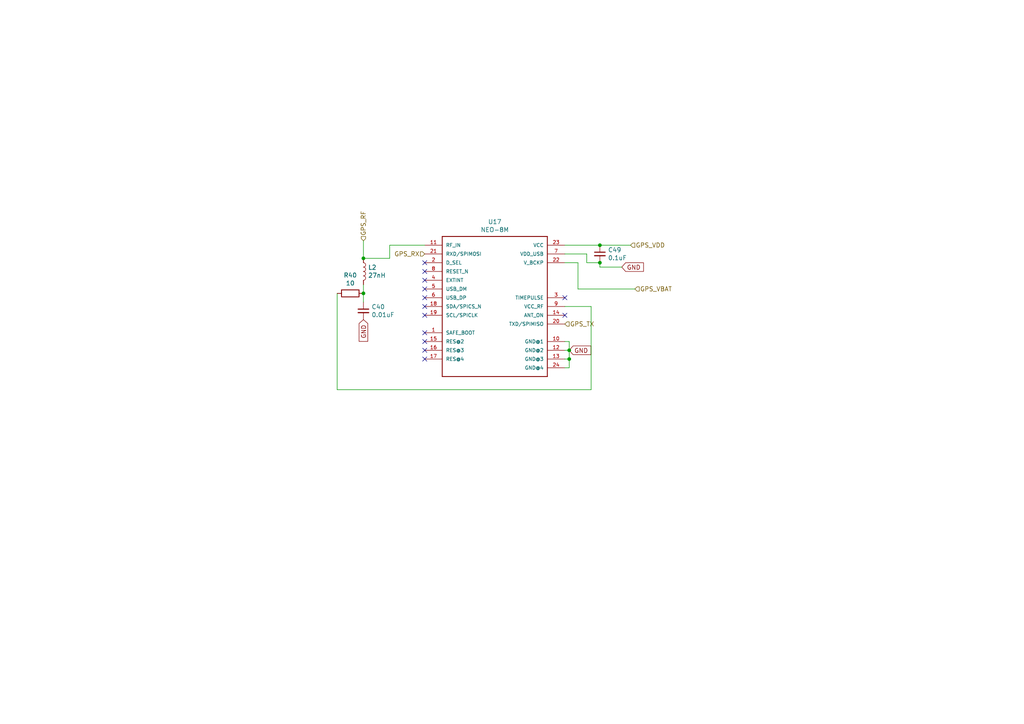
<source format=kicad_sch>
(kicad_sch (version 20230121) (generator eeschema)
  (paper "A4")
  (title_block (title "DASH v2") (date "2022-08-03") (rev "${GIT_VERSION}"))
  (lib_symbols
    (symbol "Device:C_Small" (pin_numbers hide) (pin_names (offset 0.254) hide)
      (property "Reference" "C" (at 0.254 1.778 0))
      (property "Value" "C_Small" (at 0.254 -2.032 0))
      (symbol "C_Small_0_1"
        (polyline (pts (xy -1.524 -0.508) (xy 1.524 -0.508)) (stroke (width 0.3302)))
        (polyline (pts (xy -1.524 0.508) (xy 1.524 0.508)) (stroke (width 0.3048)))
      )
      (symbol "C_Small_1_1"
        (pin passive line (at 0 2.54 270) (length 2.032) (name "~") (number "1"))
        (pin passive line (at 0 -2.54 90) (length 2.032) (name "~") (number "2"))
      )
    )
    (symbol "Device:L" (pin_numbers hide) (pin_names (offset 1.016) hide)
      (property "Reference" "L" (at -1.27 0 90))
      (property "Value" "L" (at 1.905 0 90))
      (symbol "L_0_1"
        (arc (start 0 -2.54) (mid 0.6323 -1.905) (end 0 -1.27))
        (arc (start 0 -1.27) (mid 0.6323 -0.635) (end 0 0))
        (arc (start 0 0) (mid 0.6323 0.635) (end 0 1.27))
        (arc (start 0 1.27) (mid 0.6323 1.905) (end 0 2.54))
      )
      (symbol "L_1_1"
        (pin passive line (at 0 3.81 270) (length 1.27) (name "1") (number "1"))
        (pin passive line (at 0 -3.81 90) (length 1.27) (name "2") (number "2"))
      )
    )
    (symbol "Device:R" (pin_numbers hide) (pin_names (offset 0))
      (property "Reference" "R" (at 2.032 0 90))
      (property "Value" "R" (at 0 0 90))
      (symbol "R_0_1"
        (rectangle (start -1.016 -2.54) (end 1.016 2.54) (stroke (width 0.254)))
      )
      (symbol "R_1_1"
        (pin passive line (at 0 3.81 270) (length 1.27) (name "~") (number "1"))
        (pin passive line (at 0 -3.81 90) (length 1.27) (name "~") (number "2"))
      )
    )
    (symbol "MyDashLib:NEO-8M" (pin_names (offset 1.016))
      (property "Reference" "U" (at -3.81 19.05 0))
      (property "Value" "NEO-8M" (at -15.2654 -25.4508 0))
      (symbol "NEO-8M_0_0"
        (polyline (pts (xy -15.24 -22.86) (xy 15.24 -22.86)) (stroke (width 0.254)))
        (polyline (pts (xy -15.24 17.78) (xy -15.24 -22.86)) (stroke (width 0.254)))
        (polyline (pts (xy 15.24 -22.86) (xy 15.24 17.78)) (stroke (width 0.254)))
        (polyline (pts (xy 15.24 17.78) (xy -15.24 17.78)) (stroke (width 0.254)))
        (pin input line (at -20.32 -10.16 0) (length 5.08) (name "SAFE_BOOT") (number "1"))
        (pin power_in line (at 20.32 -12.7 180) (length 5.08) (name "GND@1") (number "10"))
        (pin input line (at -20.32 15.24 0) (length 5.08) (name "RF_IN") (number "11"))
        (pin power_in line (at 20.32 -15.24 180) (length 5.08) (name "GND@2") (number "12"))
        (pin power_in line (at 20.32 -17.78 180) (length 5.08) (name "GND@3") (number "13"))
        (pin output line (at 20.32 -5.08 180) (length 5.08) (name "ANT_ON") (number "14"))
        (pin input line (at -20.32 -12.7 0) (length 5.08) (name "RES@2") (number "15"))
        (pin input line (at -20.32 -15.24 0) (length 5.08) (name "RES@3") (number "16"))
        (pin input line (at -20.32 -17.78 0) (length 5.08) (name "RES@4") (number "17"))
        (pin bidirectional line (at -20.32 -2.54 0) (length 5.08) (name "SDA/SPICS_N") (number "18"))
        (pin bidirectional line (at -20.32 -5.08 0) (length 5.08) (name "SCL/SPICLK") (number "19"))
        (pin input line (at -20.32 10.16 0) (length 5.08) (name "D_SEL") (number "2"))
        (pin output line (at 20.32 -7.62 180) (length 5.08) (name "TXD/SPIMISO") (number "20"))
        (pin input line (at -20.32 12.7 0) (length 5.08) (name "RXD/SPIMOSI") (number "21"))
        (pin power_in line (at 20.32 10.16 180) (length 5.08) (name "V_BCKP") (number "22"))
        (pin power_in line (at 20.32 15.24 180) (length 5.08) (name "VCC") (number "23"))
        (pin power_in line (at 20.32 -20.32 180) (length 5.08) (name "GND@4") (number "24"))
        (pin output line (at 20.32 0 180) (length 5.08) (name "TIMEPULSE") (number "3"))
        (pin bidirectional line (at -20.32 5.08 0) (length 5.08) (name "EXTINT") (number "4"))
        (pin bidirectional line (at -20.32 2.54 0) (length 5.08) (name "USB_DM") (number "5"))
        (pin bidirectional line (at -20.32 0 0) (length 5.08) (name "USB_DP") (number "6"))
        (pin power_in line (at 20.32 12.7 180) (length 5.08) (name "VDD_USB") (number "7"))
        (pin input line (at -20.32 7.62 0) (length 5.08) (name "RESET_N") (number "8"))
        (pin output line (at 20.32 -2.54 180) (length 5.08) (name "VCC_RF") (number "9"))
      )
    )
  )
  (junction (at 165.1 101.6))
  (junction (at 105.41 74.93))
  (junction (at 173.99 76.2))
  (junction (at 165.1 104.14))
  (junction (at 173.99 71.12))
  (junction (at 105.41 85.09))
  (no_connect (at 123.19 104.14))
  (no_connect (at 163.83 91.44))
  (no_connect (at 123.19 101.6))
  (no_connect (at 163.83 86.36))
  (no_connect (at 123.19 88.9))
  (no_connect (at 123.19 99.06))
  (no_connect (at 123.19 91.44))
  (no_connect (at 123.19 78.74))
  (no_connect (at 123.19 96.52))
  (no_connect (at 123.19 86.36))
  (no_connect (at 123.19 76.2))
  (no_connect (at 123.19 83.82))
  (no_connect (at 123.19 81.28))
  (wire (pts (xy 171.45 113.03) (xy 171.45 88.9)))
  (wire (pts (xy 163.83 73.66) (xy 170.18 73.66)))
  (wire (pts (xy 105.41 82.55) (xy 105.41 85.09)))
  (wire (pts (xy 165.1 104.14) (xy 165.1 101.6)))
  (wire (pts (xy 163.83 76.2) (xy 167.64 76.2)))
  (wire (pts (xy 171.45 88.9) (xy 163.83 88.9)))
  (wire (pts (xy 173.99 76.2) (xy 173.99 77.47)))
  (wire (pts (xy 173.99 71.12) (xy 182.88 71.12)))
  (wire (pts (xy 105.41 85.09) (xy 105.41 87.63)))
  (wire (pts (xy 170.18 76.2) (xy 173.99 76.2)))
  (wire (pts (xy 163.83 71.12) (xy 173.99 71.12)))
  (wire (pts (xy 163.83 99.06) (xy 165.1 99.06)))
  (wire (pts (xy 170.18 73.66) (xy 170.18 76.2)))
  (wire (pts (xy 167.64 83.82) (xy 184.15 83.82)))
  (wire (pts (xy 113.03 71.12) (xy 123.19 71.12)))
  (wire (pts (xy 167.64 76.2) (xy 167.64 83.82)))
  (wire (pts (xy 97.79 113.03) (xy 171.45 113.03)))
  (wire (pts (xy 165.1 106.68) (xy 165.1 104.14)))
  (wire (pts (xy 165.1 99.06) (xy 165.1 101.6)))
  (wire (pts (xy 163.83 104.14) (xy 165.1 104.14)))
  (wire (pts (xy 163.83 101.6) (xy 165.1 101.6)))
  (wire (pts (xy 97.79 85.09) (xy 97.79 113.03)))
  (wire (pts (xy 105.41 74.93) (xy 113.03 74.93)))
  (wire (pts (xy 113.03 74.93) (xy 113.03 71.12)))
  (wire (pts (xy 173.99 77.47) (xy 180.34 77.47)))
  (wire (pts (xy 105.41 74.93) (xy 105.41 69.85)))
  (wire (pts (xy 163.83 106.68) (xy 165.1 106.68)))
  (global_label "GND" (shape input) (at 165.1 101.6 0) (property "Intersheetrefs" "${INTERSHEET_REFS}" (effects hide)))
  (global_label "GND" (shape input) (at 105.41 92.71 270) (property "Intersheetrefs" "${INTERSHEET_REFS}" (effects hide)))
  (global_label "GND" (shape input) (at 180.34 77.47 0) (property "Intersheetrefs" "${INTERSHEET_REFS}" (effects hide)))
  (hierarchical_label "GPS_RX" (shape input) (at 123.19 73.66 180))
  (hierarchical_label "GPS_VBAT" (shape input) (at 184.15 83.82 0))
  (hierarchical_label "GPS_VDD" (shape input) (at 182.88 71.12 0))
  (hierarchical_label "GPS_RF" (shape input) (at 105.41 69.85 90))
  (hierarchical_label "GPS_TX" (shape input) (at 163.83 93.98 0))
  (symbol (lib_id "MyDashLib:NEO-8M") (at 143.51 86.36 0) (unit 1)
    (property "Reference" "U17" (at 143.51 64.3382 0))
    (property "Value" "NEO-8M" (at 143.51 66.6496 0))
    (property "Footprint" "ublox:NEO-M8N" (effects hide))
    (property "Datasheet" "None" (effects hide))
  )
  (symbol (lib_id "Device:L") (at 105.41 78.74 0) (unit 1)
    (property "Reference" "L2" (at 106.7562 77.5716 0) (effects (justify left)))
    (property "Value" "27nH" (at 106.7562 79.883 0) (effects (justify left)))
    (property "Footprint" "Inductor_SMD:L_0805_2012Metric_Pad1.15x1.40mm_HandSolder" (effects hide))
  )
  (symbol (lib_id "Device:C_Small") (at 105.41 90.17 0) (unit 1)
    (property "Reference" "C40" (at 107.7468 89.0016 0) (effects (justify left)))
    (property "Value" "0.01uF" (at 107.7468 91.313 0) (effects (justify left)))
    (property "Footprint" "Capacitor_SMD:C_0603_1608Metric" (effects hide))
  )
  (symbol (lib_id "Device:R") (at 101.6 85.09 270) (unit 1)
    (property "Reference" "R40" (at 101.6 79.8322 90))
    (property "Value" "10" (at 101.6 82.1436 90))
    (property "Footprint" "Resistor_SMD:R_1206_3216Metric" (effects hide))
  )
  (symbol (lib_id "Device:C_Small") (at 173.99 73.66 0) (unit 1)
    (property "Reference" "C49" (at 176.3268 72.4916 0) (effects (justify left)))
    (property "Value" "0.1uF" (at 176.3268 74.803 0) (effects (justify left)))
    (property "Footprint" "Capacitor_SMD:C_0805_2012Metric" (effects hide))
  )
)
</source>
